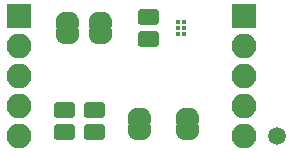
<source format=gbr>
G04 #@! TF.GenerationSoftware,KiCad,Pcbnew,5.0.0*
G04 #@! TF.CreationDate,2018-11-11T14:48:16-05:00*
G04 #@! TF.ProjectId,Pi-Temp_Humidity,50692D54656D705F48756D6964697479,rev?*
G04 #@! TF.SameCoordinates,Original*
G04 #@! TF.FileFunction,Soldermask,Top*
G04 #@! TF.FilePolarity,Negative*
%FSLAX46Y46*%
G04 Gerber Fmt 4.6, Leading zero omitted, Abs format (unit mm)*
G04 Created by KiCad (PCBNEW 5.0.0) date Sun Nov 11 14:48:16 2018*
%MOMM*%
%LPD*%
G01*
G04 APERTURE LIST*
%ADD10C,1.500000*%
%ADD11C,0.500000*%
%ADD12C,0.100000*%
%ADD13C,0.365000*%
%ADD14R,2.100000X2.100000*%
%ADD15O,2.100000X2.100000*%
%ADD16C,1.375000*%
G04 APERTURE END LIST*
D10*
G04 #@! TO.C,REF\002A\002A*
X204724000Y-91440000D03*
G04 #@! TD*
D11*
G04 #@! TO.C,JP2*
X197104000Y-91074000D03*
D12*
G36*
X196157843Y-90534982D02*
X196169224Y-90497463D01*
X196187706Y-90462886D01*
X196212579Y-90432579D01*
X196242886Y-90407706D01*
X196277463Y-90389224D01*
X196314982Y-90377843D01*
X196354000Y-90374000D01*
X196604000Y-90374000D01*
X196604000Y-90174000D01*
X196607843Y-90134982D01*
X196619224Y-90097463D01*
X196637706Y-90062886D01*
X196662579Y-90032579D01*
X196692886Y-90007706D01*
X196727463Y-89989224D01*
X196764982Y-89977843D01*
X196804000Y-89974000D01*
X197404000Y-89974000D01*
X197443018Y-89977843D01*
X197480537Y-89989224D01*
X197515114Y-90007706D01*
X197545421Y-90032579D01*
X197570294Y-90062886D01*
X197588776Y-90097463D01*
X197600157Y-90134982D01*
X197604000Y-90174000D01*
X197604000Y-90374000D01*
X197854000Y-90374000D01*
X197893018Y-90377843D01*
X197930537Y-90389224D01*
X197965114Y-90407706D01*
X197995421Y-90432579D01*
X198020294Y-90462886D01*
X198038776Y-90497463D01*
X198050157Y-90534982D01*
X198054000Y-90574000D01*
X198054000Y-91074000D01*
X198053398Y-91080112D01*
X198053398Y-91098534D01*
X198052435Y-91118140D01*
X198047625Y-91166971D01*
X198044746Y-91186380D01*
X198035174Y-91234505D01*
X198030404Y-91253548D01*
X198016160Y-91300503D01*
X198009549Y-91318980D01*
X197990772Y-91364313D01*
X197982377Y-91382061D01*
X197959246Y-91425334D01*
X197949160Y-91442162D01*
X197921900Y-91482961D01*
X197910205Y-91498730D01*
X197879077Y-91536659D01*
X197865897Y-91551200D01*
X197831200Y-91585897D01*
X197816659Y-91599077D01*
X197778730Y-91630205D01*
X197762961Y-91641900D01*
X197722162Y-91669160D01*
X197705334Y-91679246D01*
X197662061Y-91702377D01*
X197644313Y-91710772D01*
X197598980Y-91729549D01*
X197580503Y-91736160D01*
X197533548Y-91750404D01*
X197514505Y-91755174D01*
X197466380Y-91764746D01*
X197446971Y-91767625D01*
X197398140Y-91772435D01*
X197378534Y-91773398D01*
X197360112Y-91773398D01*
X197354000Y-91774000D01*
X196854000Y-91774000D01*
X196847888Y-91773398D01*
X196829466Y-91773398D01*
X196809860Y-91772435D01*
X196761029Y-91767625D01*
X196741620Y-91764746D01*
X196693495Y-91755174D01*
X196674452Y-91750404D01*
X196627497Y-91736160D01*
X196609020Y-91729549D01*
X196563687Y-91710772D01*
X196545939Y-91702377D01*
X196502666Y-91679246D01*
X196485838Y-91669160D01*
X196445039Y-91641900D01*
X196429270Y-91630205D01*
X196391341Y-91599077D01*
X196376800Y-91585897D01*
X196342103Y-91551200D01*
X196328923Y-91536659D01*
X196297795Y-91498730D01*
X196286100Y-91482961D01*
X196258840Y-91442162D01*
X196248754Y-91425334D01*
X196225623Y-91382061D01*
X196217228Y-91364313D01*
X196198451Y-91318980D01*
X196191840Y-91300503D01*
X196177596Y-91253548D01*
X196172826Y-91234505D01*
X196163254Y-91186380D01*
X196160375Y-91166971D01*
X196155565Y-91118140D01*
X196154602Y-91098534D01*
X196154602Y-91080112D01*
X196154000Y-91074000D01*
X196154000Y-90574000D01*
X196157843Y-90534982D01*
X196157843Y-90534982D01*
G37*
D11*
X197104000Y-89774000D03*
D12*
G36*
X196154602Y-89767888D02*
X196154602Y-89749466D01*
X196155565Y-89729860D01*
X196160375Y-89681029D01*
X196163254Y-89661620D01*
X196172826Y-89613495D01*
X196177596Y-89594452D01*
X196191840Y-89547497D01*
X196198451Y-89529020D01*
X196217228Y-89483687D01*
X196225623Y-89465939D01*
X196248754Y-89422666D01*
X196258840Y-89405838D01*
X196286100Y-89365039D01*
X196297795Y-89349270D01*
X196328923Y-89311341D01*
X196342103Y-89296800D01*
X196376800Y-89262103D01*
X196391341Y-89248923D01*
X196429270Y-89217795D01*
X196445039Y-89206100D01*
X196485838Y-89178840D01*
X196502666Y-89168754D01*
X196545939Y-89145623D01*
X196563687Y-89137228D01*
X196609020Y-89118451D01*
X196627497Y-89111840D01*
X196674452Y-89097596D01*
X196693495Y-89092826D01*
X196741620Y-89083254D01*
X196761029Y-89080375D01*
X196809860Y-89075565D01*
X196829466Y-89074602D01*
X196847888Y-89074602D01*
X196854000Y-89074000D01*
X197354000Y-89074000D01*
X197360112Y-89074602D01*
X197378534Y-89074602D01*
X197398140Y-89075565D01*
X197446971Y-89080375D01*
X197466380Y-89083254D01*
X197514505Y-89092826D01*
X197533548Y-89097596D01*
X197580503Y-89111840D01*
X197598980Y-89118451D01*
X197644313Y-89137228D01*
X197662061Y-89145623D01*
X197705334Y-89168754D01*
X197722162Y-89178840D01*
X197762961Y-89206100D01*
X197778730Y-89217795D01*
X197816659Y-89248923D01*
X197831200Y-89262103D01*
X197865897Y-89296800D01*
X197879077Y-89311341D01*
X197910205Y-89349270D01*
X197921900Y-89365039D01*
X197949160Y-89405838D01*
X197959246Y-89422666D01*
X197982377Y-89465939D01*
X197990772Y-89483687D01*
X198009549Y-89529020D01*
X198016160Y-89547497D01*
X198030404Y-89594452D01*
X198035174Y-89613495D01*
X198044746Y-89661620D01*
X198047625Y-89681029D01*
X198052435Y-89729860D01*
X198053398Y-89749466D01*
X198053398Y-89767888D01*
X198054000Y-89774000D01*
X198054000Y-90274000D01*
X198050157Y-90313018D01*
X198038776Y-90350537D01*
X198020294Y-90385114D01*
X197995421Y-90415421D01*
X197965114Y-90440294D01*
X197930537Y-90458776D01*
X197893018Y-90470157D01*
X197854000Y-90474000D01*
X196354000Y-90474000D01*
X196314982Y-90470157D01*
X196277463Y-90458776D01*
X196242886Y-90440294D01*
X196212579Y-90415421D01*
X196187706Y-90385114D01*
X196169224Y-90350537D01*
X196157843Y-90313018D01*
X196154000Y-90274000D01*
X196154000Y-89774000D01*
X196154602Y-89767888D01*
X196154602Y-89767888D01*
G37*
G04 #@! TD*
D11*
G04 #@! TO.C,JP4*
X186944000Y-82946000D03*
D12*
G36*
X185997843Y-82406982D02*
X186009224Y-82369463D01*
X186027706Y-82334886D01*
X186052579Y-82304579D01*
X186082886Y-82279706D01*
X186117463Y-82261224D01*
X186154982Y-82249843D01*
X186194000Y-82246000D01*
X187694000Y-82246000D01*
X187733018Y-82249843D01*
X187770537Y-82261224D01*
X187805114Y-82279706D01*
X187835421Y-82304579D01*
X187860294Y-82334886D01*
X187878776Y-82369463D01*
X187890157Y-82406982D01*
X187894000Y-82446000D01*
X187894000Y-82946000D01*
X187893398Y-82952112D01*
X187893398Y-82970534D01*
X187892435Y-82990140D01*
X187887625Y-83038971D01*
X187884746Y-83058380D01*
X187875174Y-83106505D01*
X187870404Y-83125548D01*
X187856160Y-83172503D01*
X187849549Y-83190980D01*
X187830772Y-83236313D01*
X187822377Y-83254061D01*
X187799246Y-83297334D01*
X187789160Y-83314162D01*
X187761900Y-83354961D01*
X187750205Y-83370730D01*
X187719077Y-83408659D01*
X187705897Y-83423200D01*
X187671200Y-83457897D01*
X187656659Y-83471077D01*
X187618730Y-83502205D01*
X187602961Y-83513900D01*
X187562162Y-83541160D01*
X187545334Y-83551246D01*
X187502061Y-83574377D01*
X187484313Y-83582772D01*
X187438980Y-83601549D01*
X187420503Y-83608160D01*
X187373548Y-83622404D01*
X187354505Y-83627174D01*
X187306380Y-83636746D01*
X187286971Y-83639625D01*
X187238140Y-83644435D01*
X187218534Y-83645398D01*
X187200112Y-83645398D01*
X187194000Y-83646000D01*
X186694000Y-83646000D01*
X186687888Y-83645398D01*
X186669466Y-83645398D01*
X186649860Y-83644435D01*
X186601029Y-83639625D01*
X186581620Y-83636746D01*
X186533495Y-83627174D01*
X186514452Y-83622404D01*
X186467497Y-83608160D01*
X186449020Y-83601549D01*
X186403687Y-83582772D01*
X186385939Y-83574377D01*
X186342666Y-83551246D01*
X186325838Y-83541160D01*
X186285039Y-83513900D01*
X186269270Y-83502205D01*
X186231341Y-83471077D01*
X186216800Y-83457897D01*
X186182103Y-83423200D01*
X186168923Y-83408659D01*
X186137795Y-83370730D01*
X186126100Y-83354961D01*
X186098840Y-83314162D01*
X186088754Y-83297334D01*
X186065623Y-83254061D01*
X186057228Y-83236313D01*
X186038451Y-83190980D01*
X186031840Y-83172503D01*
X186017596Y-83125548D01*
X186012826Y-83106505D01*
X186003254Y-83058380D01*
X186000375Y-83038971D01*
X185995565Y-82990140D01*
X185994602Y-82970534D01*
X185994602Y-82952112D01*
X185994000Y-82946000D01*
X185994000Y-82446000D01*
X185997843Y-82406982D01*
X185997843Y-82406982D01*
G37*
D11*
X186944000Y-81646000D03*
D12*
G36*
X185994602Y-81639888D02*
X185994602Y-81621466D01*
X185995565Y-81601860D01*
X186000375Y-81553029D01*
X186003254Y-81533620D01*
X186012826Y-81485495D01*
X186017596Y-81466452D01*
X186031840Y-81419497D01*
X186038451Y-81401020D01*
X186057228Y-81355687D01*
X186065623Y-81337939D01*
X186088754Y-81294666D01*
X186098840Y-81277838D01*
X186126100Y-81237039D01*
X186137795Y-81221270D01*
X186168923Y-81183341D01*
X186182103Y-81168800D01*
X186216800Y-81134103D01*
X186231341Y-81120923D01*
X186269270Y-81089795D01*
X186285039Y-81078100D01*
X186325838Y-81050840D01*
X186342666Y-81040754D01*
X186385939Y-81017623D01*
X186403687Y-81009228D01*
X186449020Y-80990451D01*
X186467497Y-80983840D01*
X186514452Y-80969596D01*
X186533495Y-80964826D01*
X186581620Y-80955254D01*
X186601029Y-80952375D01*
X186649860Y-80947565D01*
X186669466Y-80946602D01*
X186687888Y-80946602D01*
X186694000Y-80946000D01*
X187194000Y-80946000D01*
X187200112Y-80946602D01*
X187218534Y-80946602D01*
X187238140Y-80947565D01*
X187286971Y-80952375D01*
X187306380Y-80955254D01*
X187354505Y-80964826D01*
X187373548Y-80969596D01*
X187420503Y-80983840D01*
X187438980Y-80990451D01*
X187484313Y-81009228D01*
X187502061Y-81017623D01*
X187545334Y-81040754D01*
X187562162Y-81050840D01*
X187602961Y-81078100D01*
X187618730Y-81089795D01*
X187656659Y-81120923D01*
X187671200Y-81134103D01*
X187705897Y-81168800D01*
X187719077Y-81183341D01*
X187750205Y-81221270D01*
X187761900Y-81237039D01*
X187789160Y-81277838D01*
X187799246Y-81294666D01*
X187822377Y-81337939D01*
X187830772Y-81355687D01*
X187849549Y-81401020D01*
X187856160Y-81419497D01*
X187870404Y-81466452D01*
X187875174Y-81485495D01*
X187884746Y-81533620D01*
X187887625Y-81553029D01*
X187892435Y-81601860D01*
X187893398Y-81621466D01*
X187893398Y-81639888D01*
X187894000Y-81646000D01*
X187894000Y-82146000D01*
X187890157Y-82185018D01*
X187878776Y-82222537D01*
X187860294Y-82257114D01*
X187835421Y-82287421D01*
X187805114Y-82312294D01*
X187770537Y-82330776D01*
X187733018Y-82342157D01*
X187694000Y-82346000D01*
X186194000Y-82346000D01*
X186154982Y-82342157D01*
X186117463Y-82330776D01*
X186082886Y-82312294D01*
X186052579Y-82287421D01*
X186027706Y-82257114D01*
X186009224Y-82222537D01*
X185997843Y-82185018D01*
X185994000Y-82146000D01*
X185994000Y-81646000D01*
X185994602Y-81639888D01*
X185994602Y-81639888D01*
G37*
G04 #@! TD*
D11*
G04 #@! TO.C,JP3*
X189738000Y-82946000D03*
D12*
G36*
X190687398Y-82952112D02*
X190687398Y-82970534D01*
X190686435Y-82990140D01*
X190681625Y-83038971D01*
X190678746Y-83058380D01*
X190669174Y-83106505D01*
X190664404Y-83125548D01*
X190650160Y-83172503D01*
X190643549Y-83190980D01*
X190624772Y-83236313D01*
X190616377Y-83254061D01*
X190593246Y-83297334D01*
X190583160Y-83314162D01*
X190555900Y-83354961D01*
X190544205Y-83370730D01*
X190513077Y-83408659D01*
X190499897Y-83423200D01*
X190465200Y-83457897D01*
X190450659Y-83471077D01*
X190412730Y-83502205D01*
X190396961Y-83513900D01*
X190356162Y-83541160D01*
X190339334Y-83551246D01*
X190296061Y-83574377D01*
X190278313Y-83582772D01*
X190232980Y-83601549D01*
X190214503Y-83608160D01*
X190167548Y-83622404D01*
X190148505Y-83627174D01*
X190100380Y-83636746D01*
X190080971Y-83639625D01*
X190032140Y-83644435D01*
X190012534Y-83645398D01*
X189994112Y-83645398D01*
X189988000Y-83646000D01*
X189488000Y-83646000D01*
X189481888Y-83645398D01*
X189463466Y-83645398D01*
X189443860Y-83644435D01*
X189395029Y-83639625D01*
X189375620Y-83636746D01*
X189327495Y-83627174D01*
X189308452Y-83622404D01*
X189261497Y-83608160D01*
X189243020Y-83601549D01*
X189197687Y-83582772D01*
X189179939Y-83574377D01*
X189136666Y-83551246D01*
X189119838Y-83541160D01*
X189079039Y-83513900D01*
X189063270Y-83502205D01*
X189025341Y-83471077D01*
X189010800Y-83457897D01*
X188976103Y-83423200D01*
X188962923Y-83408659D01*
X188931795Y-83370730D01*
X188920100Y-83354961D01*
X188892840Y-83314162D01*
X188882754Y-83297334D01*
X188859623Y-83254061D01*
X188851228Y-83236313D01*
X188832451Y-83190980D01*
X188825840Y-83172503D01*
X188811596Y-83125548D01*
X188806826Y-83106505D01*
X188797254Y-83058380D01*
X188794375Y-83038971D01*
X188789565Y-82990140D01*
X188788602Y-82970534D01*
X188788602Y-82952112D01*
X188788000Y-82946000D01*
X188788000Y-82446000D01*
X188791843Y-82406982D01*
X188803224Y-82369463D01*
X188821706Y-82334886D01*
X188846579Y-82304579D01*
X188876886Y-82279706D01*
X188911463Y-82261224D01*
X188948982Y-82249843D01*
X188988000Y-82246000D01*
X190488000Y-82246000D01*
X190527018Y-82249843D01*
X190564537Y-82261224D01*
X190599114Y-82279706D01*
X190629421Y-82304579D01*
X190654294Y-82334886D01*
X190672776Y-82369463D01*
X190684157Y-82406982D01*
X190688000Y-82446000D01*
X190688000Y-82946000D01*
X190687398Y-82952112D01*
X190687398Y-82952112D01*
G37*
D11*
X189738000Y-81646000D03*
D12*
G36*
X190684157Y-82185018D02*
X190672776Y-82222537D01*
X190654294Y-82257114D01*
X190629421Y-82287421D01*
X190599114Y-82312294D01*
X190564537Y-82330776D01*
X190527018Y-82342157D01*
X190488000Y-82346000D01*
X188988000Y-82346000D01*
X188948982Y-82342157D01*
X188911463Y-82330776D01*
X188876886Y-82312294D01*
X188846579Y-82287421D01*
X188821706Y-82257114D01*
X188803224Y-82222537D01*
X188791843Y-82185018D01*
X188788000Y-82146000D01*
X188788000Y-81646000D01*
X188788602Y-81639888D01*
X188788602Y-81621466D01*
X188789565Y-81601860D01*
X188794375Y-81553029D01*
X188797254Y-81533620D01*
X188806826Y-81485495D01*
X188811596Y-81466452D01*
X188825840Y-81419497D01*
X188832451Y-81401020D01*
X188851228Y-81355687D01*
X188859623Y-81337939D01*
X188882754Y-81294666D01*
X188892840Y-81277838D01*
X188920100Y-81237039D01*
X188931795Y-81221270D01*
X188962923Y-81183341D01*
X188976103Y-81168800D01*
X189010800Y-81134103D01*
X189025341Y-81120923D01*
X189063270Y-81089795D01*
X189079039Y-81078100D01*
X189119838Y-81050840D01*
X189136666Y-81040754D01*
X189179939Y-81017623D01*
X189197687Y-81009228D01*
X189243020Y-80990451D01*
X189261497Y-80983840D01*
X189308452Y-80969596D01*
X189327495Y-80964826D01*
X189375620Y-80955254D01*
X189395029Y-80952375D01*
X189443860Y-80947565D01*
X189463466Y-80946602D01*
X189481888Y-80946602D01*
X189488000Y-80946000D01*
X189988000Y-80946000D01*
X189994112Y-80946602D01*
X190012534Y-80946602D01*
X190032140Y-80947565D01*
X190080971Y-80952375D01*
X190100380Y-80955254D01*
X190148505Y-80964826D01*
X190167548Y-80969596D01*
X190214503Y-80983840D01*
X190232980Y-80990451D01*
X190278313Y-81009228D01*
X190296061Y-81017623D01*
X190339334Y-81040754D01*
X190356162Y-81050840D01*
X190396961Y-81078100D01*
X190412730Y-81089795D01*
X190450659Y-81120923D01*
X190465200Y-81134103D01*
X190499897Y-81168800D01*
X190513077Y-81183341D01*
X190544205Y-81221270D01*
X190555900Y-81237039D01*
X190583160Y-81277838D01*
X190593246Y-81294666D01*
X190616377Y-81337939D01*
X190624772Y-81355687D01*
X190643549Y-81401020D01*
X190650160Y-81419497D01*
X190664404Y-81466452D01*
X190669174Y-81485495D01*
X190678746Y-81533620D01*
X190681625Y-81553029D01*
X190686435Y-81601860D01*
X190687398Y-81621466D01*
X190687398Y-81639888D01*
X190688000Y-81646000D01*
X190688000Y-82146000D01*
X190684157Y-82185018D01*
X190684157Y-82185018D01*
G37*
G04 #@! TD*
D11*
G04 #@! TO.C,JP1*
X193040000Y-91074000D03*
D12*
G36*
X192093843Y-90534982D02*
X192105224Y-90497463D01*
X192123706Y-90462886D01*
X192148579Y-90432579D01*
X192178886Y-90407706D01*
X192213463Y-90389224D01*
X192250982Y-90377843D01*
X192290000Y-90374000D01*
X193790000Y-90374000D01*
X193829018Y-90377843D01*
X193866537Y-90389224D01*
X193901114Y-90407706D01*
X193931421Y-90432579D01*
X193956294Y-90462886D01*
X193974776Y-90497463D01*
X193986157Y-90534982D01*
X193990000Y-90574000D01*
X193990000Y-91074000D01*
X193989398Y-91080112D01*
X193989398Y-91098534D01*
X193988435Y-91118140D01*
X193983625Y-91166971D01*
X193980746Y-91186380D01*
X193971174Y-91234505D01*
X193966404Y-91253548D01*
X193952160Y-91300503D01*
X193945549Y-91318980D01*
X193926772Y-91364313D01*
X193918377Y-91382061D01*
X193895246Y-91425334D01*
X193885160Y-91442162D01*
X193857900Y-91482961D01*
X193846205Y-91498730D01*
X193815077Y-91536659D01*
X193801897Y-91551200D01*
X193767200Y-91585897D01*
X193752659Y-91599077D01*
X193714730Y-91630205D01*
X193698961Y-91641900D01*
X193658162Y-91669160D01*
X193641334Y-91679246D01*
X193598061Y-91702377D01*
X193580313Y-91710772D01*
X193534980Y-91729549D01*
X193516503Y-91736160D01*
X193469548Y-91750404D01*
X193450505Y-91755174D01*
X193402380Y-91764746D01*
X193382971Y-91767625D01*
X193334140Y-91772435D01*
X193314534Y-91773398D01*
X193296112Y-91773398D01*
X193290000Y-91774000D01*
X192790000Y-91774000D01*
X192783888Y-91773398D01*
X192765466Y-91773398D01*
X192745860Y-91772435D01*
X192697029Y-91767625D01*
X192677620Y-91764746D01*
X192629495Y-91755174D01*
X192610452Y-91750404D01*
X192563497Y-91736160D01*
X192545020Y-91729549D01*
X192499687Y-91710772D01*
X192481939Y-91702377D01*
X192438666Y-91679246D01*
X192421838Y-91669160D01*
X192381039Y-91641900D01*
X192365270Y-91630205D01*
X192327341Y-91599077D01*
X192312800Y-91585897D01*
X192278103Y-91551200D01*
X192264923Y-91536659D01*
X192233795Y-91498730D01*
X192222100Y-91482961D01*
X192194840Y-91442162D01*
X192184754Y-91425334D01*
X192161623Y-91382061D01*
X192153228Y-91364313D01*
X192134451Y-91318980D01*
X192127840Y-91300503D01*
X192113596Y-91253548D01*
X192108826Y-91234505D01*
X192099254Y-91186380D01*
X192096375Y-91166971D01*
X192091565Y-91118140D01*
X192090602Y-91098534D01*
X192090602Y-91080112D01*
X192090000Y-91074000D01*
X192090000Y-90574000D01*
X192093843Y-90534982D01*
X192093843Y-90534982D01*
G37*
D11*
X193040000Y-89774000D03*
D12*
G36*
X192090602Y-89767888D02*
X192090602Y-89749466D01*
X192091565Y-89729860D01*
X192096375Y-89681029D01*
X192099254Y-89661620D01*
X192108826Y-89613495D01*
X192113596Y-89594452D01*
X192127840Y-89547497D01*
X192134451Y-89529020D01*
X192153228Y-89483687D01*
X192161623Y-89465939D01*
X192184754Y-89422666D01*
X192194840Y-89405838D01*
X192222100Y-89365039D01*
X192233795Y-89349270D01*
X192264923Y-89311341D01*
X192278103Y-89296800D01*
X192312800Y-89262103D01*
X192327341Y-89248923D01*
X192365270Y-89217795D01*
X192381039Y-89206100D01*
X192421838Y-89178840D01*
X192438666Y-89168754D01*
X192481939Y-89145623D01*
X192499687Y-89137228D01*
X192545020Y-89118451D01*
X192563497Y-89111840D01*
X192610452Y-89097596D01*
X192629495Y-89092826D01*
X192677620Y-89083254D01*
X192697029Y-89080375D01*
X192745860Y-89075565D01*
X192765466Y-89074602D01*
X192783888Y-89074602D01*
X192790000Y-89074000D01*
X193290000Y-89074000D01*
X193296112Y-89074602D01*
X193314534Y-89074602D01*
X193334140Y-89075565D01*
X193382971Y-89080375D01*
X193402380Y-89083254D01*
X193450505Y-89092826D01*
X193469548Y-89097596D01*
X193516503Y-89111840D01*
X193534980Y-89118451D01*
X193580313Y-89137228D01*
X193598061Y-89145623D01*
X193641334Y-89168754D01*
X193658162Y-89178840D01*
X193698961Y-89206100D01*
X193714730Y-89217795D01*
X193752659Y-89248923D01*
X193767200Y-89262103D01*
X193801897Y-89296800D01*
X193815077Y-89311341D01*
X193846205Y-89349270D01*
X193857900Y-89365039D01*
X193885160Y-89405838D01*
X193895246Y-89422666D01*
X193918377Y-89465939D01*
X193926772Y-89483687D01*
X193945549Y-89529020D01*
X193952160Y-89547497D01*
X193966404Y-89594452D01*
X193971174Y-89613495D01*
X193980746Y-89661620D01*
X193983625Y-89681029D01*
X193988435Y-89729860D01*
X193989398Y-89749466D01*
X193989398Y-89767888D01*
X193990000Y-89774000D01*
X193990000Y-90274000D01*
X193986157Y-90313018D01*
X193974776Y-90350537D01*
X193956294Y-90385114D01*
X193931421Y-90415421D01*
X193901114Y-90440294D01*
X193866537Y-90458776D01*
X193829018Y-90470157D01*
X193790000Y-90474000D01*
X192290000Y-90474000D01*
X192250982Y-90470157D01*
X192213463Y-90458776D01*
X192178886Y-90440294D01*
X192148579Y-90415421D01*
X192123706Y-90385114D01*
X192105224Y-90350537D01*
X192093843Y-90313018D01*
X192090000Y-90274000D01*
X192090000Y-89774000D01*
X192090602Y-89767888D01*
X192090602Y-89767888D01*
G37*
G04 #@! TD*
D13*
G04 #@! TO.C,U1*
X196342000Y-82796000D03*
X196842000Y-82796000D03*
X196842000Y-81796000D03*
X196342000Y-81796000D03*
X196342000Y-82296000D03*
X196842000Y-82296000D03*
G04 #@! TD*
D14*
G04 #@! TO.C,J4*
X201930000Y-81280000D03*
D15*
X201930000Y-83820000D03*
X201930000Y-86360000D03*
X201930000Y-88900000D03*
X201930000Y-91440000D03*
G04 #@! TD*
D14*
G04 #@! TO.C,J1*
X182880000Y-81280000D03*
D15*
X182880000Y-83820000D03*
X182880000Y-86360000D03*
X182880000Y-88900000D03*
X182880000Y-91440000D03*
G04 #@! TD*
D12*
G04 #@! TO.C,C1*
G36*
X194391943Y-80672655D02*
X194425312Y-80677605D01*
X194458035Y-80685802D01*
X194489797Y-80697166D01*
X194520293Y-80711590D01*
X194549227Y-80728932D01*
X194576323Y-80749028D01*
X194601318Y-80771682D01*
X194623972Y-80796677D01*
X194644068Y-80823773D01*
X194661410Y-80852707D01*
X194675834Y-80883203D01*
X194687198Y-80914965D01*
X194695395Y-80947688D01*
X194700345Y-80981057D01*
X194702000Y-81014750D01*
X194702000Y-81702250D01*
X194700345Y-81735943D01*
X194695395Y-81769312D01*
X194687198Y-81802035D01*
X194675834Y-81833797D01*
X194661410Y-81864293D01*
X194644068Y-81893227D01*
X194623972Y-81920323D01*
X194601318Y-81945318D01*
X194576323Y-81967972D01*
X194549227Y-81988068D01*
X194520293Y-82005410D01*
X194489797Y-82019834D01*
X194458035Y-82031198D01*
X194425312Y-82039395D01*
X194391943Y-82044345D01*
X194358250Y-82046000D01*
X193245750Y-82046000D01*
X193212057Y-82044345D01*
X193178688Y-82039395D01*
X193145965Y-82031198D01*
X193114203Y-82019834D01*
X193083707Y-82005410D01*
X193054773Y-81988068D01*
X193027677Y-81967972D01*
X193002682Y-81945318D01*
X192980028Y-81920323D01*
X192959932Y-81893227D01*
X192942590Y-81864293D01*
X192928166Y-81833797D01*
X192916802Y-81802035D01*
X192908605Y-81769312D01*
X192903655Y-81735943D01*
X192902000Y-81702250D01*
X192902000Y-81014750D01*
X192903655Y-80981057D01*
X192908605Y-80947688D01*
X192916802Y-80914965D01*
X192928166Y-80883203D01*
X192942590Y-80852707D01*
X192959932Y-80823773D01*
X192980028Y-80796677D01*
X193002682Y-80771682D01*
X193027677Y-80749028D01*
X193054773Y-80728932D01*
X193083707Y-80711590D01*
X193114203Y-80697166D01*
X193145965Y-80685802D01*
X193178688Y-80677605D01*
X193212057Y-80672655D01*
X193245750Y-80671000D01*
X194358250Y-80671000D01*
X194391943Y-80672655D01*
X194391943Y-80672655D01*
G37*
D16*
X193802000Y-81358500D03*
D12*
G36*
X194391943Y-82547655D02*
X194425312Y-82552605D01*
X194458035Y-82560802D01*
X194489797Y-82572166D01*
X194520293Y-82586590D01*
X194549227Y-82603932D01*
X194576323Y-82624028D01*
X194601318Y-82646682D01*
X194623972Y-82671677D01*
X194644068Y-82698773D01*
X194661410Y-82727707D01*
X194675834Y-82758203D01*
X194687198Y-82789965D01*
X194695395Y-82822688D01*
X194700345Y-82856057D01*
X194702000Y-82889750D01*
X194702000Y-83577250D01*
X194700345Y-83610943D01*
X194695395Y-83644312D01*
X194687198Y-83677035D01*
X194675834Y-83708797D01*
X194661410Y-83739293D01*
X194644068Y-83768227D01*
X194623972Y-83795323D01*
X194601318Y-83820318D01*
X194576323Y-83842972D01*
X194549227Y-83863068D01*
X194520293Y-83880410D01*
X194489797Y-83894834D01*
X194458035Y-83906198D01*
X194425312Y-83914395D01*
X194391943Y-83919345D01*
X194358250Y-83921000D01*
X193245750Y-83921000D01*
X193212057Y-83919345D01*
X193178688Y-83914395D01*
X193145965Y-83906198D01*
X193114203Y-83894834D01*
X193083707Y-83880410D01*
X193054773Y-83863068D01*
X193027677Y-83842972D01*
X193002682Y-83820318D01*
X192980028Y-83795323D01*
X192959932Y-83768227D01*
X192942590Y-83739293D01*
X192928166Y-83708797D01*
X192916802Y-83677035D01*
X192908605Y-83644312D01*
X192903655Y-83610943D01*
X192902000Y-83577250D01*
X192902000Y-82889750D01*
X192903655Y-82856057D01*
X192908605Y-82822688D01*
X192916802Y-82789965D01*
X192928166Y-82758203D01*
X192942590Y-82727707D01*
X192959932Y-82698773D01*
X192980028Y-82671677D01*
X193002682Y-82646682D01*
X193027677Y-82624028D01*
X193054773Y-82603932D01*
X193083707Y-82586590D01*
X193114203Y-82572166D01*
X193145965Y-82560802D01*
X193178688Y-82552605D01*
X193212057Y-82547655D01*
X193245750Y-82546000D01*
X194358250Y-82546000D01*
X194391943Y-82547655D01*
X194391943Y-82547655D01*
G37*
D16*
X193802000Y-83233500D03*
G04 #@! TD*
D12*
G04 #@! TO.C,R2*
G36*
X189819943Y-88546655D02*
X189853312Y-88551605D01*
X189886035Y-88559802D01*
X189917797Y-88571166D01*
X189948293Y-88585590D01*
X189977227Y-88602932D01*
X190004323Y-88623028D01*
X190029318Y-88645682D01*
X190051972Y-88670677D01*
X190072068Y-88697773D01*
X190089410Y-88726707D01*
X190103834Y-88757203D01*
X190115198Y-88788965D01*
X190123395Y-88821688D01*
X190128345Y-88855057D01*
X190130000Y-88888750D01*
X190130000Y-89576250D01*
X190128345Y-89609943D01*
X190123395Y-89643312D01*
X190115198Y-89676035D01*
X190103834Y-89707797D01*
X190089410Y-89738293D01*
X190072068Y-89767227D01*
X190051972Y-89794323D01*
X190029318Y-89819318D01*
X190004323Y-89841972D01*
X189977227Y-89862068D01*
X189948293Y-89879410D01*
X189917797Y-89893834D01*
X189886035Y-89905198D01*
X189853312Y-89913395D01*
X189819943Y-89918345D01*
X189786250Y-89920000D01*
X188673750Y-89920000D01*
X188640057Y-89918345D01*
X188606688Y-89913395D01*
X188573965Y-89905198D01*
X188542203Y-89893834D01*
X188511707Y-89879410D01*
X188482773Y-89862068D01*
X188455677Y-89841972D01*
X188430682Y-89819318D01*
X188408028Y-89794323D01*
X188387932Y-89767227D01*
X188370590Y-89738293D01*
X188356166Y-89707797D01*
X188344802Y-89676035D01*
X188336605Y-89643312D01*
X188331655Y-89609943D01*
X188330000Y-89576250D01*
X188330000Y-88888750D01*
X188331655Y-88855057D01*
X188336605Y-88821688D01*
X188344802Y-88788965D01*
X188356166Y-88757203D01*
X188370590Y-88726707D01*
X188387932Y-88697773D01*
X188408028Y-88670677D01*
X188430682Y-88645682D01*
X188455677Y-88623028D01*
X188482773Y-88602932D01*
X188511707Y-88585590D01*
X188542203Y-88571166D01*
X188573965Y-88559802D01*
X188606688Y-88551605D01*
X188640057Y-88546655D01*
X188673750Y-88545000D01*
X189786250Y-88545000D01*
X189819943Y-88546655D01*
X189819943Y-88546655D01*
G37*
D16*
X189230000Y-89232500D03*
D12*
G36*
X189819943Y-90421655D02*
X189853312Y-90426605D01*
X189886035Y-90434802D01*
X189917797Y-90446166D01*
X189948293Y-90460590D01*
X189977227Y-90477932D01*
X190004323Y-90498028D01*
X190029318Y-90520682D01*
X190051972Y-90545677D01*
X190072068Y-90572773D01*
X190089410Y-90601707D01*
X190103834Y-90632203D01*
X190115198Y-90663965D01*
X190123395Y-90696688D01*
X190128345Y-90730057D01*
X190130000Y-90763750D01*
X190130000Y-91451250D01*
X190128345Y-91484943D01*
X190123395Y-91518312D01*
X190115198Y-91551035D01*
X190103834Y-91582797D01*
X190089410Y-91613293D01*
X190072068Y-91642227D01*
X190051972Y-91669323D01*
X190029318Y-91694318D01*
X190004323Y-91716972D01*
X189977227Y-91737068D01*
X189948293Y-91754410D01*
X189917797Y-91768834D01*
X189886035Y-91780198D01*
X189853312Y-91788395D01*
X189819943Y-91793345D01*
X189786250Y-91795000D01*
X188673750Y-91795000D01*
X188640057Y-91793345D01*
X188606688Y-91788395D01*
X188573965Y-91780198D01*
X188542203Y-91768834D01*
X188511707Y-91754410D01*
X188482773Y-91737068D01*
X188455677Y-91716972D01*
X188430682Y-91694318D01*
X188408028Y-91669323D01*
X188387932Y-91642227D01*
X188370590Y-91613293D01*
X188356166Y-91582797D01*
X188344802Y-91551035D01*
X188336605Y-91518312D01*
X188331655Y-91484943D01*
X188330000Y-91451250D01*
X188330000Y-90763750D01*
X188331655Y-90730057D01*
X188336605Y-90696688D01*
X188344802Y-90663965D01*
X188356166Y-90632203D01*
X188370590Y-90601707D01*
X188387932Y-90572773D01*
X188408028Y-90545677D01*
X188430682Y-90520682D01*
X188455677Y-90498028D01*
X188482773Y-90477932D01*
X188511707Y-90460590D01*
X188542203Y-90446166D01*
X188573965Y-90434802D01*
X188606688Y-90426605D01*
X188640057Y-90421655D01*
X188673750Y-90420000D01*
X189786250Y-90420000D01*
X189819943Y-90421655D01*
X189819943Y-90421655D01*
G37*
D16*
X189230000Y-91107500D03*
G04 #@! TD*
D12*
G04 #@! TO.C,R1*
G36*
X187279943Y-90421655D02*
X187313312Y-90426605D01*
X187346035Y-90434802D01*
X187377797Y-90446166D01*
X187408293Y-90460590D01*
X187437227Y-90477932D01*
X187464323Y-90498028D01*
X187489318Y-90520682D01*
X187511972Y-90545677D01*
X187532068Y-90572773D01*
X187549410Y-90601707D01*
X187563834Y-90632203D01*
X187575198Y-90663965D01*
X187583395Y-90696688D01*
X187588345Y-90730057D01*
X187590000Y-90763750D01*
X187590000Y-91451250D01*
X187588345Y-91484943D01*
X187583395Y-91518312D01*
X187575198Y-91551035D01*
X187563834Y-91582797D01*
X187549410Y-91613293D01*
X187532068Y-91642227D01*
X187511972Y-91669323D01*
X187489318Y-91694318D01*
X187464323Y-91716972D01*
X187437227Y-91737068D01*
X187408293Y-91754410D01*
X187377797Y-91768834D01*
X187346035Y-91780198D01*
X187313312Y-91788395D01*
X187279943Y-91793345D01*
X187246250Y-91795000D01*
X186133750Y-91795000D01*
X186100057Y-91793345D01*
X186066688Y-91788395D01*
X186033965Y-91780198D01*
X186002203Y-91768834D01*
X185971707Y-91754410D01*
X185942773Y-91737068D01*
X185915677Y-91716972D01*
X185890682Y-91694318D01*
X185868028Y-91669323D01*
X185847932Y-91642227D01*
X185830590Y-91613293D01*
X185816166Y-91582797D01*
X185804802Y-91551035D01*
X185796605Y-91518312D01*
X185791655Y-91484943D01*
X185790000Y-91451250D01*
X185790000Y-90763750D01*
X185791655Y-90730057D01*
X185796605Y-90696688D01*
X185804802Y-90663965D01*
X185816166Y-90632203D01*
X185830590Y-90601707D01*
X185847932Y-90572773D01*
X185868028Y-90545677D01*
X185890682Y-90520682D01*
X185915677Y-90498028D01*
X185942773Y-90477932D01*
X185971707Y-90460590D01*
X186002203Y-90446166D01*
X186033965Y-90434802D01*
X186066688Y-90426605D01*
X186100057Y-90421655D01*
X186133750Y-90420000D01*
X187246250Y-90420000D01*
X187279943Y-90421655D01*
X187279943Y-90421655D01*
G37*
D16*
X186690000Y-91107500D03*
D12*
G36*
X187279943Y-88546655D02*
X187313312Y-88551605D01*
X187346035Y-88559802D01*
X187377797Y-88571166D01*
X187408293Y-88585590D01*
X187437227Y-88602932D01*
X187464323Y-88623028D01*
X187489318Y-88645682D01*
X187511972Y-88670677D01*
X187532068Y-88697773D01*
X187549410Y-88726707D01*
X187563834Y-88757203D01*
X187575198Y-88788965D01*
X187583395Y-88821688D01*
X187588345Y-88855057D01*
X187590000Y-88888750D01*
X187590000Y-89576250D01*
X187588345Y-89609943D01*
X187583395Y-89643312D01*
X187575198Y-89676035D01*
X187563834Y-89707797D01*
X187549410Y-89738293D01*
X187532068Y-89767227D01*
X187511972Y-89794323D01*
X187489318Y-89819318D01*
X187464323Y-89841972D01*
X187437227Y-89862068D01*
X187408293Y-89879410D01*
X187377797Y-89893834D01*
X187346035Y-89905198D01*
X187313312Y-89913395D01*
X187279943Y-89918345D01*
X187246250Y-89920000D01*
X186133750Y-89920000D01*
X186100057Y-89918345D01*
X186066688Y-89913395D01*
X186033965Y-89905198D01*
X186002203Y-89893834D01*
X185971707Y-89879410D01*
X185942773Y-89862068D01*
X185915677Y-89841972D01*
X185890682Y-89819318D01*
X185868028Y-89794323D01*
X185847932Y-89767227D01*
X185830590Y-89738293D01*
X185816166Y-89707797D01*
X185804802Y-89676035D01*
X185796605Y-89643312D01*
X185791655Y-89609943D01*
X185790000Y-89576250D01*
X185790000Y-88888750D01*
X185791655Y-88855057D01*
X185796605Y-88821688D01*
X185804802Y-88788965D01*
X185816166Y-88757203D01*
X185830590Y-88726707D01*
X185847932Y-88697773D01*
X185868028Y-88670677D01*
X185890682Y-88645682D01*
X185915677Y-88623028D01*
X185942773Y-88602932D01*
X185971707Y-88585590D01*
X186002203Y-88571166D01*
X186033965Y-88559802D01*
X186066688Y-88551605D01*
X186100057Y-88546655D01*
X186133750Y-88545000D01*
X187246250Y-88545000D01*
X187279943Y-88546655D01*
X187279943Y-88546655D01*
G37*
D16*
X186690000Y-89232500D03*
G04 #@! TD*
M02*

</source>
